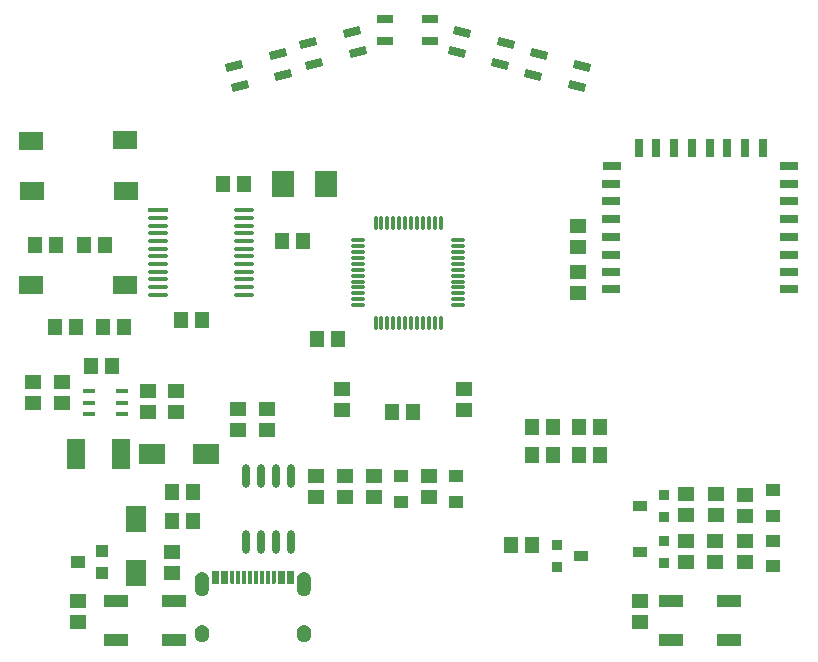
<source format=gtp>
G04*
G04 #@! TF.GenerationSoftware,Altium Limited,Altium Designer,18.1.9 (240)*
G04*
G04 Layer_Color=8421504*
%FSLAX25Y25*%
%MOIN*%
G70*
G01*
G75*
%ADD21R,0.04567X0.05787*%
%ADD22R,0.07500X0.09000*%
%ADD23O,0.01181X0.04724*%
%ADD24O,0.04724X0.01181*%
%ADD25R,0.07874X0.03937*%
%ADD26R,0.05787X0.04567*%
%ADD27O,0.02400X0.08000*%
%ADD28R,0.05000X0.04000*%
%ADD29R,0.04000X0.04000*%
%ADD30R,0.05906X0.09843*%
%ADD31R,0.03937X0.01772*%
%ADD32R,0.06890X0.08661*%
%ADD33R,0.08661X0.06890*%
%ADD34R,0.02362X0.04331*%
%ADD35R,0.01181X0.04331*%
%ADD36R,0.07874X0.05906*%
%ADD37O,0.06693X0.01378*%
%ADD38R,0.06693X0.01378*%
%ADD39R,0.03600X0.03600*%
%ADD40R,0.05000X0.03600*%
G04:AMPARAMS|DCode=41|XSize=27.56mil|YSize=56.81mil|CornerRadius=0mil|HoleSize=0mil|Usage=FLASHONLY|Rotation=75.000|XOffset=0mil|YOffset=0mil|HoleType=Round|Shape=Rectangle|*
%AMROTATEDRECTD41*
4,1,4,0.02387,-0.02066,-0.03100,-0.00596,-0.02387,0.02066,0.03100,0.00596,0.02387,-0.02066,0.0*
%
%ADD41ROTATEDRECTD41*%

%ADD42R,0.06299X0.03150*%
%ADD43R,0.03150X0.06299*%
G04:AMPARAMS|DCode=44|XSize=27.56mil|YSize=56.81mil|CornerRadius=0mil|HoleSize=0mil|Usage=FLASHONLY|Rotation=105.000|XOffset=0mil|YOffset=0mil|HoleType=Round|Shape=Rectangle|*
%AMROTATEDRECTD44*
4,1,4,0.03100,-0.00596,-0.02387,-0.02066,-0.03100,0.00596,0.02387,0.02066,0.03100,-0.00596,0.0*
%
%ADD44ROTATEDRECTD44*%

%ADD45R,0.05681X0.02756*%
G36*
X60531Y23819D02*
X59350D01*
Y28149D01*
X60531D01*
Y23819D01*
D02*
G37*
G36*
X58563D02*
X57382D01*
Y28149D01*
X58563D01*
Y23819D01*
D02*
G37*
G36*
X56595D02*
X55414D01*
Y28149D01*
X56595D01*
Y23819D01*
D02*
G37*
G36*
X54626D02*
X53445D01*
Y28149D01*
X54626D01*
Y23819D01*
D02*
G37*
G36*
X52657D02*
X50295D01*
Y28149D01*
X52657D01*
Y23819D01*
D02*
G37*
G36*
X49507D02*
X47145D01*
Y28149D01*
X49507D01*
Y23819D01*
D02*
G37*
G36*
X45235Y27396D02*
X45900Y26732D01*
X46259Y25864D01*
Y25394D01*
Y22244D01*
Y21774D01*
X45900Y20906D01*
X45235Y20242D01*
X44367Y19882D01*
X43427D01*
X42559Y20242D01*
X41895Y20906D01*
X41535Y21774D01*
Y22244D01*
Y25394D01*
Y25864D01*
X41895Y26732D01*
X42559Y27396D01*
X43427Y27756D01*
X44367D01*
X45235Y27396D01*
D02*
G37*
G36*
Y9876D02*
X45900Y9211D01*
X46259Y8343D01*
Y7873D01*
Y6692D01*
Y6222D01*
X45900Y5354D01*
X45235Y4690D01*
X44367Y4330D01*
X43427D01*
X42559Y4690D01*
X41895Y5354D01*
X41535Y6222D01*
Y6692D01*
Y7873D01*
Y8343D01*
X41895Y9211D01*
X42559Y9876D01*
X43427Y10236D01*
X44367D01*
X45235Y9876D01*
D02*
G37*
G36*
X74704Y23819D02*
X72342D01*
Y28149D01*
X74704D01*
Y23819D01*
D02*
G37*
G36*
X71555D02*
X69193D01*
Y28149D01*
X71555D01*
Y23819D01*
D02*
G37*
G36*
X68406D02*
X67225D01*
Y28149D01*
X68406D01*
Y23819D01*
D02*
G37*
G36*
X66437D02*
X65256D01*
Y28149D01*
X66437D01*
Y23819D01*
D02*
G37*
G36*
X64468D02*
X63287D01*
Y28149D01*
X64468D01*
Y23819D01*
D02*
G37*
G36*
X62500D02*
X61319D01*
Y28149D01*
X62500D01*
Y23819D01*
D02*
G37*
G36*
X79290Y27396D02*
X79955Y26732D01*
X80314Y25864D01*
Y25394D01*
Y22244D01*
Y21774D01*
X79955Y20906D01*
X79290Y20242D01*
X78422Y19882D01*
X77482D01*
X76614Y20242D01*
X75950Y20906D01*
X75590Y21774D01*
Y22244D01*
Y25394D01*
Y25864D01*
X75950Y26732D01*
X76614Y27396D01*
X77482Y27756D01*
X78422D01*
X79290Y27396D01*
D02*
G37*
G36*
Y9876D02*
X79955Y9211D01*
X80314Y8343D01*
Y7873D01*
Y6692D01*
Y6222D01*
X79955Y5354D01*
X79290Y4690D01*
X78422Y4330D01*
X77482D01*
X76614Y4690D01*
X75950Y5354D01*
X75590Y6222D01*
Y6692D01*
Y7873D01*
Y8343D01*
X75950Y9211D01*
X76614Y9876D01*
X77482Y10236D01*
X78422D01*
X79290Y9876D01*
D02*
G37*
D21*
X169528Y66732D02*
D03*
X176535D02*
D03*
Y76181D02*
D03*
X169528D02*
D03*
X89331Y105512D02*
D03*
X82323D02*
D03*
X13779Y96456D02*
D03*
X6771Y96456D02*
D03*
X33858Y44685D02*
D03*
X40866D02*
D03*
X107273Y81084D02*
D03*
X114281D02*
D03*
X40866Y54527D02*
D03*
X33858D02*
D03*
X-4764Y136811D02*
D03*
X-11772D02*
D03*
X11529D02*
D03*
X4521D02*
D03*
X17913Y109449D02*
D03*
X10905D02*
D03*
X-4947Y109449D02*
D03*
X2061D02*
D03*
X43944Y111811D02*
D03*
X36936D02*
D03*
X77500Y138090D02*
D03*
X70492D02*
D03*
X51063Y157000D02*
D03*
X58071D02*
D03*
X146772Y36910D02*
D03*
X153779D02*
D03*
X160827Y76181D02*
D03*
X153819D02*
D03*
X160787Y66732D02*
D03*
X153779Y66732D02*
D03*
D22*
X85159Y157000D02*
D03*
X70986D02*
D03*
D23*
X101772Y110827D02*
D03*
X103740D02*
D03*
X105709D02*
D03*
X107677Y110827D02*
D03*
X109646Y110827D02*
D03*
X111614D02*
D03*
X113583D02*
D03*
X115551D02*
D03*
X117520Y110827D02*
D03*
X119488D02*
D03*
X121457D02*
D03*
X123425Y110827D02*
D03*
Y144291D02*
D03*
X121457Y144291D02*
D03*
X119488D02*
D03*
X117520D02*
D03*
X115551Y144291D02*
D03*
X113583D02*
D03*
X111614D02*
D03*
X109646D02*
D03*
X107677Y144291D02*
D03*
X105709Y144291D02*
D03*
X103740D02*
D03*
X101772D02*
D03*
D24*
X129331Y116732D02*
D03*
Y118701D02*
D03*
Y120669D02*
D03*
X129331Y122638D02*
D03*
Y124606D02*
D03*
Y126575D02*
D03*
Y128543D02*
D03*
Y130512D02*
D03*
Y132480D02*
D03*
Y134449D02*
D03*
Y136417D02*
D03*
Y138386D02*
D03*
X95866D02*
D03*
Y136417D02*
D03*
Y134449D02*
D03*
Y132480D02*
D03*
Y130512D02*
D03*
Y128543D02*
D03*
Y126575D02*
D03*
Y124606D02*
D03*
Y122638D02*
D03*
X95866Y120669D02*
D03*
Y118701D02*
D03*
Y116732D02*
D03*
D25*
X34442Y5022D02*
D03*
Y18014D02*
D03*
X15151D02*
D03*
Y5022D02*
D03*
X219567Y5079D02*
D03*
Y18071D02*
D03*
X200275D02*
D03*
Y5079D02*
D03*
D26*
X2655Y18014D02*
D03*
Y11006D02*
D03*
X-12402Y91260D02*
D03*
Y84252D02*
D03*
X-2756Y84252D02*
D03*
Y91260D02*
D03*
X25787Y87992D02*
D03*
Y80984D02*
D03*
X55905Y75236D02*
D03*
Y82244D02*
D03*
X65748Y75236D02*
D03*
Y82244D02*
D03*
X90699Y81942D02*
D03*
Y88950D02*
D03*
X81929Y52834D02*
D03*
Y59842D02*
D03*
X91575Y52886D02*
D03*
Y59893D02*
D03*
X131250Y81942D02*
D03*
Y88950D02*
D03*
X33838Y34350D02*
D03*
Y27342D02*
D03*
X35394Y80984D02*
D03*
Y87992D02*
D03*
X101230Y52894D02*
D03*
Y59902D02*
D03*
X119556D02*
D03*
Y52894D02*
D03*
X225079Y53543D02*
D03*
Y46535D02*
D03*
X169291Y127756D02*
D03*
Y120748D02*
D03*
X169291Y143268D02*
D03*
Y136260D02*
D03*
X189842Y18071D02*
D03*
Y11063D02*
D03*
X205260Y46662D02*
D03*
Y53670D02*
D03*
X215102Y46662D02*
D03*
Y53670D02*
D03*
X205197Y38189D02*
D03*
Y31181D02*
D03*
X215039Y38189D02*
D03*
Y31181D02*
D03*
X225079Y38189D02*
D03*
Y31181D02*
D03*
D27*
X68484Y37893D02*
D03*
X58484D02*
D03*
X63484D02*
D03*
X73484Y37893D02*
D03*
X58484Y59893D02*
D03*
X63484D02*
D03*
X68484D02*
D03*
X73484D02*
D03*
D28*
X2630Y31042D02*
D03*
X110256Y59645D02*
D03*
Y51145D02*
D03*
X128583Y59645D02*
D03*
Y51145D02*
D03*
X234331Y46535D02*
D03*
Y55035D02*
D03*
Y38189D02*
D03*
Y29689D02*
D03*
D29*
X10630Y27342D02*
D03*
Y34842D02*
D03*
D30*
X16929Y67126D02*
D03*
X1969Y67126D02*
D03*
D31*
X17114Y80511D02*
D03*
Y84252D02*
D03*
X17114Y87992D02*
D03*
X6114Y87992D02*
D03*
X6114Y84252D02*
D03*
X6114Y80511D02*
D03*
D32*
X21850Y45472D02*
D03*
Y27362D02*
D03*
D33*
X45276Y67126D02*
D03*
X27165D02*
D03*
D34*
X73523Y25984D02*
D03*
X70374D02*
D03*
X51476D02*
D03*
X48327D02*
D03*
D35*
X67815D02*
D03*
X65846D02*
D03*
X63878D02*
D03*
X61909D02*
D03*
X59941D02*
D03*
X57972D02*
D03*
X56004D02*
D03*
X54035D02*
D03*
D36*
X-12976Y123347D02*
D03*
X18256Y123425D02*
D03*
X-12976Y171575D02*
D03*
X18256Y171653D02*
D03*
X-12795Y154724D02*
D03*
X18436Y154803D02*
D03*
D37*
X58017Y120177D02*
D03*
Y122736D02*
D03*
X29277Y120177D02*
D03*
Y122736D02*
D03*
Y145767D02*
D03*
Y143208D02*
D03*
Y140649D02*
D03*
Y138090D02*
D03*
Y135531D02*
D03*
Y132972D02*
D03*
Y130413D02*
D03*
Y127854D02*
D03*
Y125295D02*
D03*
X58017Y148327D02*
D03*
Y145767D02*
D03*
Y143208D02*
D03*
Y140649D02*
D03*
Y138090D02*
D03*
Y135531D02*
D03*
Y132972D02*
D03*
Y130413D02*
D03*
Y127854D02*
D03*
Y125295D02*
D03*
D38*
X29277Y148327D02*
D03*
D39*
X197843Y30649D02*
D03*
Y38149D02*
D03*
X162236Y36910D02*
D03*
Y29410D02*
D03*
X197843Y46042D02*
D03*
Y53541D02*
D03*
D40*
X189842Y34449D02*
D03*
X170236Y33110D02*
D03*
X189842Y49841D02*
D03*
D41*
X154259Y193604D02*
D03*
X156093Y200449D02*
D03*
X168797Y189708D02*
D03*
X170631Y196553D02*
D03*
X145198Y204034D02*
D03*
X143364Y197189D02*
D03*
X130660Y207929D02*
D03*
X128826Y201084D02*
D03*
D42*
X239725Y122165D02*
D03*
X239725Y127677D02*
D03*
X239725Y133582D02*
D03*
X239725Y139488D02*
D03*
X239725Y145393D02*
D03*
X239725Y151299D02*
D03*
Y157204D02*
D03*
X239725Y163110D02*
D03*
X180394Y122165D02*
D03*
X180394Y127677D02*
D03*
Y133582D02*
D03*
X180394Y139488D02*
D03*
X180394Y145394D02*
D03*
X180394Y151299D02*
D03*
X180394Y157205D02*
D03*
X180434Y163110D02*
D03*
D43*
X230828Y169252D02*
D03*
X224922Y169252D02*
D03*
X219017Y169252D02*
D03*
X201300Y169252D02*
D03*
X207206Y169252D02*
D03*
X213111Y169252D02*
D03*
X195395Y169252D02*
D03*
X189489Y169252D02*
D03*
D44*
X69151Y200449D02*
D03*
X70986Y193604D02*
D03*
X54613Y196553D02*
D03*
X56447Y189708D02*
D03*
X93954Y207929D02*
D03*
X95789Y201084D02*
D03*
X79416Y204034D02*
D03*
X81250Y197189D02*
D03*
D45*
X120089Y212008D02*
D03*
Y204921D02*
D03*
X105037Y212008D02*
D03*
Y204921D02*
D03*
M02*

</source>
